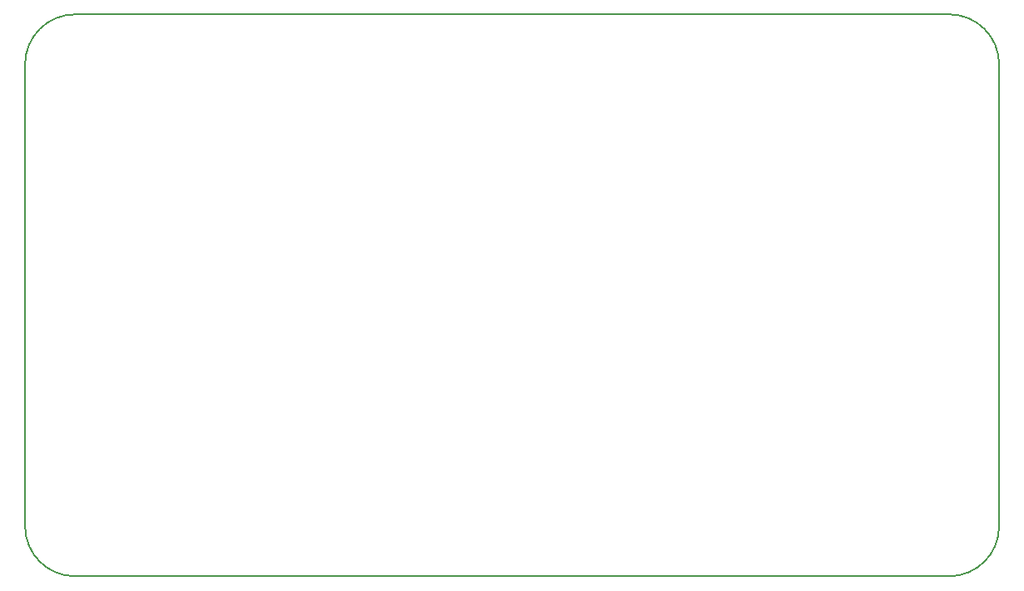
<source format=gko>
G04 DipTrace 2.4.0.2*
%INClassBRevB.gko*%
%MOIN*%
%ADD11C,0.0055*%
%FSLAX44Y44*%
G04*
G70*
G90*
G75*
G01*
%LNBoardOutline*%
%LPD*%
X-6750Y-8750D2*
D11*
X28250D1*
G03X30250Y-6750I0J2000D01*
G01*
Y11750D1*
G03X28250Y13750I-2000J0D01*
G01*
X-6750D1*
G03X-8750Y11750I0J-2000D01*
G01*
Y-6750D1*
G03X-6750Y-8750I2000J0D01*
G01*
M02*

</source>
